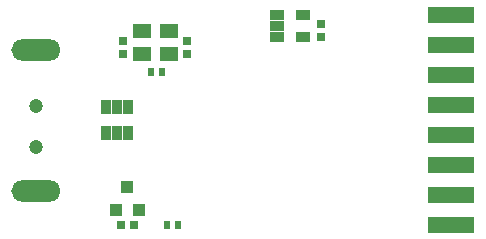
<source format=gbr>
G04 #@! TF.FileFunction,Soldermask,Bot*
%FSLAX46Y46*%
G04 Gerber Fmt 4.6, Leading zero omitted, Abs format (unit mm)*
G04 Created by KiCad (PCBNEW 4.0.1-stable) date 25/01/2016 20:17:01*
%MOMM*%
G01*
G04 APERTURE LIST*
%ADD10C,0.150000*%
%ADD11O,4.180000X1.800000*%
%ADD12C,1.200000*%
%ADD13R,0.700000X0.800000*%
%ADD14R,0.800000X0.700000*%
%ADD15R,1.000100X1.000100*%
%ADD16R,0.600000X0.800000*%
%ADD17R,4.010000X1.470000*%
%ADD18R,1.260000X0.850000*%
%ADD19R,0.850000X1.260000*%
%ADD20R,1.500000X1.300000*%
G04 APERTURE END LIST*
D10*
D11*
X151224000Y-101194000D03*
X151224000Y-89194000D03*
D12*
X151224000Y-93944000D03*
X151224000Y-97440000D03*
D13*
X158559500Y-89577000D03*
X158559500Y-88477000D03*
X164020500Y-89577000D03*
X164020500Y-88477000D03*
D14*
X159490500Y-104076500D03*
X158390500Y-104076500D03*
D15*
X159890500Y-102791260D03*
X157990500Y-102791260D03*
X158940500Y-100792280D03*
D16*
X160967000Y-91059000D03*
X161867000Y-91059000D03*
X162300500Y-104076500D03*
X163200500Y-104076500D03*
D13*
X175310800Y-88154600D03*
X175310800Y-87054600D03*
D17*
X186309000Y-104013000D03*
X186309000Y-101473000D03*
X186309000Y-98933000D03*
X186309000Y-96393000D03*
X186309000Y-93853000D03*
X186309000Y-91313000D03*
X186309000Y-88773000D03*
X186309000Y-86233000D03*
D18*
X171620000Y-88135500D03*
X171620000Y-87185500D03*
X171620000Y-86235500D03*
X173820000Y-86235500D03*
X173820000Y-88135500D03*
D19*
X159001500Y-96223000D03*
X158051500Y-96223000D03*
X157101500Y-96223000D03*
X157101500Y-94023000D03*
X159001500Y-94023000D03*
X158051500Y-94023000D03*
D20*
X160140000Y-89532500D03*
X162440000Y-89532500D03*
X162440000Y-87632500D03*
X160140000Y-87632500D03*
M02*

</source>
